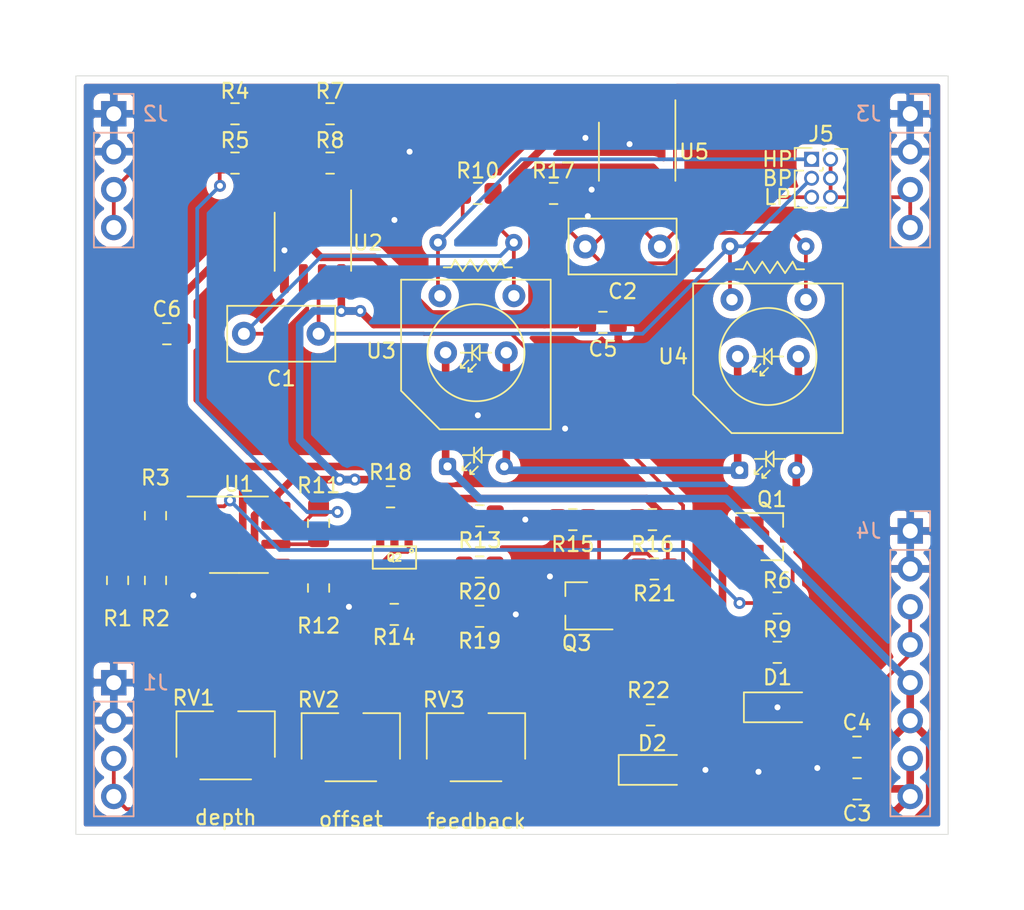
<source format=kicad_pcb>
(kicad_pcb (version 20171130) (host pcbnew 5.1.2-f72e74a~84~ubuntu18.04.1)
  (layers (0 F.Cu signal) (31 B.Cu signal) (34 B.Paste user) (35 F.Paste user) (36 B.SilkS user) (37 F.SilkS user) (38 B.Mask user) (39 F.Mask user) (44 Edge.Cuts user))
  (net 0 "")
  (net 1 "Net-(C1-Pad2)")
  (net 2 /band_pass)
  (net 3 "Net-(C2-Pad2)")
  (net 4 /low_pass)
  (net 5 GND)
  (net 6 +12V)
  (net 7 -12V)
  (net 8 "Net-(D1-Pad2)")
  (net 9 "Net-(D1-Pad1)")
  (net 10 "Net-(D2-Pad1)")
  (net 11 "Net-(J1-Pad3)")
  (net 12 "Net-(J2-Pad3)")
  (net 13 "Net-(J3-Pad3)")
  (net 14 "Net-(J4-Pad3)")
  (net 15 /high_pass)
  (net 16 /I_LED)
  (net 17 "Net-(Q2-Pad6)")
  (net 18 "Net-(Q2-Pad5)")
  (net 19 "Net-(Q2-Pad1)")
  (net 20 "Net-(Q2-Pad3)")
  (net 21 "Net-(Q2-Pad2)")
  (net 22 "Net-(Q3-Pad2)")
  (net 23 "Net-(Q3-Pad1)")
  (net 24 "Net-(R1-Pad2)")
  (net 25 "Net-(R1-Pad1)")
  (net 26 "Net-(R2-Pad2)")
  (net 27 "Net-(R3-Pad1)")
  (net 28 "Net-(R4-Pad1)")
  (net 29 "Net-(R11-Pad1)")
  (net 30 "Net-(R7-Pad2)")
  (net 31 "Net-(U3-Pad2)")
  (net 32 "Net-(U5-Pad1)")
  (module mutron_III_plug_in_board:vactrol_dual_footprint (layer F.Cu) (at 146.05 77.216 90)
    (fp_text reference U4 (at 7.62 -4.445 180) (layer F.SilkS))
    (fp_text value vactrol)
    (pad 4 thru_hole circle (at 11.43 4.445 90) (size 1.524 1.524) (drill 0.762) (layers *.Cu *.Mask) (net 3 "Net-(C2-Pad2)"))
    (pad 3 thru_hole circle (at 11.43 -0.508 90) (size 1.524 1.524) (drill 0.762) (layers *.Cu *.Mask) (net 2 /band_pass))
    (pad 2 thru_hole circle (at 7.62 3.937 90) (size 1.524 1.524) (drill 0.762) (layers *.Cu *.Mask) (net 16 /I_LED))
    (pad 1 thru_hole circle (at 7.62 -0.127 90) (size 1.524 1.524) (drill 0.762) (layers *.Cu *.Mask) (net 31 "Net-(U3-Pad2)"))
    (pad 2 thru_hole circle (at 0 3.8 90) (size 1.15 1.15) (drill 0.55) (layers *.Cu *.Mask) (net 16 /I_LED))
    (pad 4 thru_hole circle (at 15 4.44 90) (size 1.15 1.15) (drill 0.55) (layers *.Cu *.Mask) (net 3 "Net-(C2-Pad2)"))
    (pad 3 thru_hole circle (at 15 -0.64 90) (size 1.15 1.15) (drill 0.55) (layers *.Cu *.Mask) (net 2 /band_pass))
    (pad 1 thru_hole roundrect (at 0 0 90) (size 1.15 1.15) (drill 0.55) (layers *.Cu *.Mask) (net 31 "Net-(U3-Pad2)"))
  )
  (module mutron_III_plug_in_board:vactrol_dual_footprint (layer F.Cu) (at 126.492 76.962 90)
    (fp_text reference U3 (at 7.747 -4.445 180) (layer F.SilkS))
    (fp_text value vactrol)
    (pad 4 thru_hole circle (at 11.43 4.445 90) (size 1.524 1.524) (drill 0.762) (layers *.Cu *.Mask) (net 1 "Net-(C1-Pad2)"))
    (pad 3 thru_hole circle (at 11.43 -0.508 90) (size 1.524 1.524) (drill 0.762) (layers *.Cu *.Mask) (net 15 /high_pass))
    (pad 2 thru_hole circle (at 7.62 3.937 90) (size 1.524 1.524) (drill 0.762) (layers *.Cu *.Mask) (net 31 "Net-(U3-Pad2)"))
    (pad 1 thru_hole circle (at 7.62 -0.127 90) (size 1.524 1.524) (drill 0.762) (layers *.Cu *.Mask) (net 7 -12V))
    (pad 2 thru_hole circle (at 0 3.8 90) (size 1.15 1.15) (drill 0.55) (layers *.Cu *.Mask) (net 31 "Net-(U3-Pad2)"))
    (pad 4 thru_hole circle (at 15 4.44 90) (size 1.15 1.15) (drill 0.55) (layers *.Cu *.Mask) (net 1 "Net-(C1-Pad2)"))
    (pad 3 thru_hole circle (at 15 -0.64 90) (size 1.15 1.15) (drill 0.55) (layers *.Cu *.Mask) (net 15 /high_pass))
    (pad 1 thru_hole roundrect (at 0 0 90) (size 1.15 1.15) (drill 0.55) (layers *.Cu *.Mask) (net 7 -12V))
  )
  (module Package_TO_SOT_SMD:SOT-23_Handsoldering (layer F.Cu) (at 135.144 86.294 180)
    (fp_text reference Q3 (at 0 -2.5) (layer F.SilkS))
    (fp_text value BC847)
    (pad 3 smd rect (at 1.5 0 180) (size 1.9 0.8) (layers F.Cu F.Paste F.Mask) (net 5 GND))
    (pad 2 smd rect (at -1.5 0.95 180) (size 1.9 0.8) (layers F.Cu F.Paste F.Mask) (net 22 "Net-(Q3-Pad2)"))
    (pad 1 smd rect (at -1.5 -0.95 180) (size 1.9 0.8) (layers F.Cu F.Paste F.Mask) (net 23 "Net-(Q3-Pad1)"))
  )
  (module Package_TO_SOT_SMD:SOT-23_Handsoldering (layer F.Cu) (at 148.209 81.661)
    (fp_text reference Q1 (at 0 -2.5) (layer F.SilkS))
    (fp_text value BC857)
    (pad 3 smd rect (at 1.5 0) (size 1.9 0.8) (layers F.Cu F.Paste F.Mask) (net 16 /I_LED))
    (pad 2 smd rect (at -1.5 0.95) (size 1.9 0.8) (layers F.Cu F.Paste F.Mask) (net 9 "Net-(D1-Pad1)"))
    (pad 1 smd rect (at -1.5 -0.95) (size 1.9 0.8) (layers F.Cu F.Paste F.Mask) (net 8 "Net-(D1-Pad2)"))
  )
  (module Package_SO:SOIC-8_3.9x4.9mm_P1.27mm (layer F.Cu) (at 139.192 55.88 270)
    (fp_text reference U5 (at 0 -3.81 180) (layer F.SilkS))
    (fp_text value RC4558)
    (pad 8 smd roundrect (at 2.475 -1.905 270) (size 1.95 0.6) (layers F.Cu F.Paste F.Mask) (net 6 +12V))
    (pad 7 smd roundrect (at 2.475 -0.635 270) (size 1.95 0.6) (layers F.Cu F.Paste F.Mask) (net 4 /low_pass))
    (pad 6 smd roundrect (at 2.475 0.635 270) (size 1.95 0.6) (layers F.Cu F.Paste F.Mask) (net 3 "Net-(C2-Pad2)"))
    (pad 5 smd roundrect (at 2.475 1.905 270) (size 1.95 0.6) (layers F.Cu F.Paste F.Mask) (net 5 GND))
    (pad 4 smd roundrect (at -2.475 1.905 270) (size 1.95 0.6) (layers F.Cu F.Paste F.Mask) (net 7 -12V))
    (pad 3 smd roundrect (at -2.475 0.635 270) (size 1.95 0.6) (layers F.Cu F.Paste F.Mask) (net 5 GND))
    (pad 2 smd roundrect (at -2.475 -0.635 270) (size 1.95 0.6) (layers F.Cu F.Paste F.Mask) (net 32 "Net-(U5-Pad1)"))
    (pad 1 smd roundrect (at -2.475 -1.905 270) (size 1.95 0.6) (layers F.Cu F.Paste F.Mask) (net 32 "Net-(U5-Pad1)"))
  )
  (module Package_SO:SOIC-8_3.9x4.9mm_P1.27mm (layer F.Cu) (at 117.475 61.911 270)
    (fp_text reference U2 (at 0.065 -3.683 180) (layer F.SilkS))
    (fp_text value RC4558)
    (pad 8 smd roundrect (at 2.475 -1.905 270) (size 1.95 0.6) (layers F.Cu F.Paste F.Mask) (net 6 +12V))
    (pad 7 smd roundrect (at 2.475 -0.635 270) (size 1.95 0.6) (layers F.Cu F.Paste F.Mask) (net 2 /band_pass))
    (pad 6 smd roundrect (at 2.475 0.635 270) (size 1.95 0.6) (layers F.Cu F.Paste F.Mask) (net 1 "Net-(C1-Pad2)"))
    (pad 5 smd roundrect (at 2.475 1.905 270) (size 1.95 0.6) (layers F.Cu F.Paste F.Mask) (net 5 GND))
    (pad 4 smd roundrect (at -2.475 1.905 270) (size 1.95 0.6) (layers F.Cu F.Paste F.Mask) (net 7 -12V))
    (pad 3 smd roundrect (at -2.475 0.635 270) (size 1.95 0.6) (layers F.Cu F.Paste F.Mask) (net 28 "Net-(R4-Pad1)"))
    (pad 2 smd roundrect (at -2.475 -0.635 270) (size 1.95 0.6) (layers F.Cu F.Paste F.Mask) (net 30 "Net-(R7-Pad2)"))
    (pad 1 smd roundrect (at -2.475 -1.905 270) (size 1.95 0.6) (layers F.Cu F.Paste F.Mask) (net 15 /high_pass))
  )
  (module Package_SO:SOIC-8_3.9x4.9mm_P1.27mm (layer F.Cu) (at 112.522 81.534)
    (fp_text reference U1 (at 0 -3.4) (layer F.SilkS))
    (fp_text value TL072)
    (pad 8 smd roundrect (at 2.475 -1.905) (size 1.95 0.6) (layers F.Cu F.Paste F.Mask) (net 6 +12V))
    (pad 7 smd roundrect (at 2.475 -0.635) (size 1.95 0.6) (layers F.Cu F.Paste F.Mask) (net 29 "Net-(R11-Pad1)"))
    (pad 6 smd roundrect (at 2.475 0.635) (size 1.95 0.6) (layers F.Cu F.Paste F.Mask) (net 20 "Net-(Q2-Pad3)"))
    (pad 5 smd roundrect (at 2.475 1.905) (size 1.95 0.6) (layers F.Cu F.Paste F.Mask) (net 17 "Net-(Q2-Pad6)"))
    (pad 4 smd roundrect (at -2.475 1.905) (size 1.95 0.6) (layers F.Cu F.Paste F.Mask) (net 7 -12V))
    (pad 3 smd roundrect (at -2.475 0.635) (size 1.95 0.6) (layers F.Cu F.Paste F.Mask) (net 5 GND))
    (pad 2 smd roundrect (at -2.475 -0.635) (size 1.95 0.6) (layers F.Cu F.Paste F.Mask) (net 25 "Net-(R1-Pad1)"))
    (pad 1 smd roundrect (at -2.475 -1.905) (size 1.95 0.6) (layers F.Cu F.Paste F.Mask) (net 27 "Net-(R3-Pad1)"))
  )
  (module Potentiometer_SMD:Potentiometer_Bourns_3269W_Vertical (layer F.Cu) (at 128.397 95.758 180)
    (fp_text reference RV3 (at 2.159 3.175) (layer F.SilkS))
    (fp_text value 100k)
    (pad 3 smd rect (at -2.54 -2.415 180) (size 1.19 2.79) (layers F.Cu F.Paste F.Mask) (net 10 "Net-(D2-Pad1)"))
    (pad 2 smd rect (at 0 2.415 180) (size 1.19 2.79) (layers F.Cu F.Paste F.Mask) (net 10 "Net-(D2-Pad1)"))
    (pad 1 smd rect (at 2.54 -2.415 180) (size 1.19 2.79) (layers F.Cu F.Paste F.Mask) (net 23 "Net-(Q3-Pad1)"))
  )
  (module Potentiometer_SMD:Potentiometer_Bourns_3269W_Vertical (layer F.Cu) (at 120.015 95.758 180)
    (fp_text reference RV2 (at 2.159 3.175) (layer F.SilkS))
    (fp_text value 100k)
    (pad 3 smd rect (at -2.54 -2.415 180) (size 1.19 2.79) (layers F.Cu F.Paste F.Mask) (net 6 +12V))
    (pad 2 smd rect (at 0 2.415 180) (size 1.19 2.79) (layers F.Cu F.Paste F.Mask) (net 26 "Net-(R2-Pad2)"))
    (pad 1 smd rect (at 2.54 -2.415 180) (size 1.19 2.79) (layers F.Cu F.Paste F.Mask) (net 7 -12V))
  )
  (module Potentiometer_SMD:Potentiometer_Bourns_3269W_Vertical (layer F.Cu) (at 111.633 95.633 180)
    (fp_text reference RV1 (at 2.159 3.177) (layer F.SilkS))
    (fp_text value 10k)
    (pad 3 smd rect (at -2.54 -2.415 180) (size 1.19 2.79) (layers F.Cu F.Paste F.Mask) (net 11 "Net-(J1-Pad3)"))
    (pad 2 smd rect (at 0 2.415 180) (size 1.19 2.79) (layers F.Cu F.Paste F.Mask) (net 24 "Net-(R1-Pad2)"))
    (pad 1 smd rect (at 2.54 -2.415 180) (size 1.19 2.79) (layers F.Cu F.Paste F.Mask) (net 5 GND))
  )
  (module Resistor_SMD:R_0805_2012Metric_Pad1.15x1.40mm_HandSolder (layer F.Cu) (at 140.09 93.599 180)
    (fp_text reference R22 (at 0.136 1.651) (layer F.SilkS))
    (fp_text value 7k5)
    (pad 2 smd roundrect (at 1.025 0 180) (size 1.15 1.4) (layers F.Cu F.Paste F.Mask) (roundrect_rratio 0.217391) (net 10 "Net-(D2-Pad1)"))
    (pad 1 smd roundrect (at -1.025 0 180) (size 1.15 1.4) (layers F.Cu F.Paste F.Mask) (roundrect_rratio 0.217391) (net 14 "Net-(J4-Pad3)"))
  )
  (module Resistor_SMD:R_0805_2012Metric_Pad1.15x1.40mm_HandSolder (layer F.Cu) (at 140.344 83.82)
    (fp_text reference R21 (at 0.009 1.651) (layer F.SilkS))
    (fp_text value 220k)
    (pad 2 smd roundrect (at 1.025 0) (size 1.15 1.4) (layers F.Cu F.Paste F.Mask) (roundrect_rratio 0.217391) (net 7 -12V))
    (pad 1 smd roundrect (at -1.025 0) (size 1.15 1.4) (layers F.Cu F.Paste F.Mask) (roundrect_rratio 0.217391) (net 23 "Net-(Q3-Pad1)"))
  )
  (module Resistor_SMD:R_0805_2012Metric_Pad1.15x1.40mm_HandSolder (layer F.Cu) (at 128.642 83.693)
    (fp_text reference R20 (at 0 1.651) (layer F.SilkS))
    (fp_text value 100k)
    (pad 2 smd roundrect (at 1.025 0) (size 1.15 1.4) (layers F.Cu F.Paste F.Mask) (roundrect_rratio 0.217391) (net 2 /band_pass))
    (pad 1 smd roundrect (at -1.025 0) (size 1.15 1.4) (layers F.Cu F.Paste F.Mask) (roundrect_rratio 0.217391) (net 18 "Net-(Q2-Pad5)"))
  )
  (module Resistor_SMD:R_0805_2012Metric_Pad1.15x1.40mm_HandSolder (layer F.Cu) (at 128.642 86.995 180)
    (fp_text reference R19 (at 0 -1.65) (layer F.SilkS))
    (fp_text value 1k)
    (pad 2 smd roundrect (at 1.025 0 180) (size 1.15 1.4) (layers F.Cu F.Paste F.Mask) (roundrect_rratio 0.217391) (net 18 "Net-(Q2-Pad5)"))
    (pad 1 smd roundrect (at -1.025 0 180) (size 1.15 1.4) (layers F.Cu F.Paste F.Mask) (roundrect_rratio 0.217391) (net 5 GND))
  )
  (module Resistor_SMD:R_0805_2012Metric_Pad1.15x1.40mm_HandSolder (layer F.Cu) (at 122.673 78.994)
    (fp_text reference R18 (at 0 -1.65) (layer F.SilkS))
    (fp_text value 15k)
    (pad 2 smd roundrect (at 1.025 0) (size 1.15 1.4) (layers F.Cu F.Paste F.Mask) (roundrect_rratio 0.217391) (net 6 +12V))
    (pad 1 smd roundrect (at -1.025 0) (size 1.15 1.4) (layers F.Cu F.Paste F.Mask) (roundrect_rratio 0.217391) (net 20 "Net-(Q2-Pad3)"))
  )
  (module Resistor_SMD:R_0805_2012Metric_Pad1.15x1.40mm_HandSolder (layer F.Cu) (at 133.595 58.674 180)
    (fp_text reference R17 (at 0.009 1.524) (layer F.SilkS))
    (fp_text value 680k)
    (pad 2 smd roundrect (at 1.025 0 180) (size 1.15 1.4) (layers F.Cu F.Paste F.Mask) (roundrect_rratio 0.217391) (net 2 /band_pass))
    (pad 1 smd roundrect (at -1.025 0 180) (size 1.15 1.4) (layers F.Cu F.Paste F.Mask) (roundrect_rratio 0.217391) (net 3 "Net-(C2-Pad2)"))
  )
  (module Resistor_SMD:R_0805_2012Metric_Pad1.15x1.40mm_HandSolder (layer F.Cu) (at 140.217 80.518 180)
    (fp_text reference R16 (at 0 -1.65) (layer F.SilkS))
    (fp_text value 15k)
    (pad 2 smd roundrect (at 1.025 0 180) (size 1.15 1.4) (layers F.Cu F.Paste F.Mask) (roundrect_rratio 0.217391) (net 22 "Net-(Q3-Pad2)"))
    (pad 1 smd roundrect (at -1.025 0 180) (size 1.15 1.4) (layers F.Cu F.Paste F.Mask) (roundrect_rratio 0.217391) (net 7 -12V))
  )
  (module Resistor_SMD:R_0805_2012Metric_Pad1.15x1.40mm_HandSolder (layer F.Cu) (at 134.883 80.518 180)
    (fp_text reference R15 (at 0 -1.65) (layer F.SilkS))
    (fp_text value 33k)
    (pad 2 smd roundrect (at 1.025 0 180) (size 1.15 1.4) (layers F.Cu F.Paste F.Mask) (roundrect_rratio 0.217391) (net 19 "Net-(Q2-Pad1)"))
    (pad 1 smd roundrect (at -1.025 0 180) (size 1.15 1.4) (layers F.Cu F.Paste F.Mask) (roundrect_rratio 0.217391) (net 22 "Net-(Q3-Pad2)"))
  )
  (module Resistor_SMD:R_0805_2012Metric_Pad1.15x1.40mm_HandSolder (layer F.Cu) (at 122.927 86.868)
    (fp_text reference R14 (at -0.009 1.524) (layer F.SilkS))
    (fp_text value 15k)
    (pad 2 smd roundrect (at 1.025 0) (size 1.15 1.4) (layers F.Cu F.Paste F.Mask) (roundrect_rratio 0.217391) (net 6 +12V))
    (pad 1 smd roundrect (at -1.025 0) (size 1.15 1.4) (layers F.Cu F.Paste F.Mask) (roundrect_rratio 0.217391) (net 17 "Net-(Q2-Pad6)"))
  )
  (module Resistor_SMD:R_0805_2012Metric_Pad1.15x1.40mm_HandSolder (layer F.Cu) (at 128.66 80.264 180)
    (fp_text reference R13 (at 0 -1.65) (layer F.SilkS))
    (fp_text value 1k)
    (pad 2 smd roundrect (at 1.025 0 180) (size 1.15 1.4) (layers F.Cu F.Paste F.Mask) (roundrect_rratio 0.217391) (net 21 "Net-(Q2-Pad2)"))
    (pad 1 smd roundrect (at -1.025 0 180) (size 1.15 1.4) (layers F.Cu F.Paste F.Mask) (roundrect_rratio 0.217391) (net 5 GND))
  )
  (module Resistor_SMD:R_0805_2012Metric_Pad1.15x1.40mm_HandSolder (layer F.Cu) (at 117.856 85.099 90)
    (fp_text reference R12 (at -2.531 0 180) (layer F.SilkS))
    (fp_text value 100k)
    (pad 2 smd roundrect (at 1.025 0 90) (size 1.15 1.4) (layers F.Cu F.Paste F.Mask) (roundrect_rratio 0.217391) (net 17 "Net-(Q2-Pad6)"))
    (pad 1 smd roundrect (at -1.025 0 90) (size 1.15 1.4) (layers F.Cu F.Paste F.Mask) (roundrect_rratio 0.217391) (net 5 GND))
  )
  (module Resistor_SMD:R_0805_2012Metric_Pad1.15x1.40mm_HandSolder (layer F.Cu) (at 117.856 80.763 270)
    (fp_text reference R11 (at -2.531 0 180) (layer F.SilkS))
    (fp_text value 100k)
    (pad 2 smd roundrect (at 1.025 0 270) (size 1.15 1.4) (layers F.Cu F.Paste F.Mask) (roundrect_rratio 0.217391) (net 20 "Net-(Q2-Pad3)"))
    (pad 1 smd roundrect (at -1.025 0 270) (size 1.15 1.4) (layers F.Cu F.Paste F.Mask) (roundrect_rratio 0.217391) (net 29 "Net-(R11-Pad1)"))
  )
  (module Resistor_SMD:R_0805_2012Metric_Pad1.15x1.40mm_HandSolder (layer F.Cu) (at 128.515 58.674 180)
    (fp_text reference R10 (at 0 1.524) (layer F.SilkS))
    (fp_text value 680k)
    (pad 2 smd roundrect (at 1.025 0 180) (size 1.15 1.4) (layers F.Cu F.Paste F.Mask) (roundrect_rratio 0.217391) (net 15 /high_pass))
    (pad 1 smd roundrect (at -1.025 0 180) (size 1.15 1.4) (layers F.Cu F.Paste F.Mask) (roundrect_rratio 0.217391) (net 1 "Net-(C1-Pad2)"))
  )
  (module Resistor_SMD:R_0805_2012Metric_Pad1.15x1.40mm_HandSolder (layer F.Cu) (at 148.581 89.408 180)
    (fp_text reference R9 (at 0 1.524) (layer F.SilkS))
    (fp_text value 100)
    (pad 2 smd roundrect (at 1.025 0 180) (size 1.15 1.4) (layers F.Cu F.Paste F.Mask) (roundrect_rratio 0.217391) (net 9 "Net-(D1-Pad1)"))
    (pad 1 smd roundrect (at -1.025 0 180) (size 1.15 1.4) (layers F.Cu F.Paste F.Mask) (roundrect_rratio 0.217391) (net 5 GND))
  )
  (module Resistor_SMD:R_0805_2012Metric_Pad1.15x1.40mm_HandSolder (layer F.Cu) (at 118.627 56.642 180)
    (fp_text reference R8 (at 0.009 1.524) (layer F.SilkS))
    (fp_text value 22k)
    (pad 2 smd roundrect (at 1.025 0 180) (size 1.15 1.4) (layers F.Cu F.Paste F.Mask) (roundrect_rratio 0.217391) (net 30 "Net-(R7-Pad2)"))
    (pad 1 smd roundrect (at -1.025 0 180) (size 1.15 1.4) (layers F.Cu F.Paste F.Mask) (roundrect_rratio 0.217391) (net 15 /high_pass))
  )
  (module Resistor_SMD:R_0805_2012Metric_Pad1.15x1.40mm_HandSolder (layer F.Cu) (at 118.627 53.34 180)
    (fp_text reference R7 (at 0.009 1.524) (layer F.SilkS))
    (fp_text value 22k)
    (pad 2 smd roundrect (at 1.025 0 180) (size 1.15 1.4) (layers F.Cu F.Paste F.Mask) (roundrect_rratio 0.217391) (net 30 "Net-(R7-Pad2)"))
    (pad 1 smd roundrect (at -1.025 0 180) (size 1.15 1.4) (layers F.Cu F.Paste F.Mask) (roundrect_rratio 0.217391) (net 4 /low_pass))
  )
  (module Resistor_SMD:R_0805_2012Metric_Pad1.15x1.40mm_HandSolder (layer F.Cu) (at 148.581 86.106 180)
    (fp_text reference R6 (at 0.009 1.524) (layer F.SilkS))
    (fp_text value 10k)
    (pad 2 smd roundrect (at 1.025 0 180) (size 1.15 1.4) (layers F.Cu F.Paste F.Mask) (roundrect_rratio 0.217391) (net 27 "Net-(R3-Pad1)"))
    (pad 1 smd roundrect (at -1.025 0 180) (size 1.15 1.4) (layers F.Cu F.Paste F.Mask) (roundrect_rratio 0.217391) (net 8 "Net-(D1-Pad2)"))
  )
  (module Resistor_SMD:R_0805_2012Metric_Pad1.15x1.40mm_HandSolder (layer F.Cu) (at 112.259 56.642 180)
    (fp_text reference R5 (at 0 1.524) (layer F.SilkS))
    (fp_text value 10k)
    (pad 2 smd roundrect (at 1.025 0 180) (size 1.15 1.4) (layers F.Cu F.Paste F.Mask) (roundrect_rratio 0.217391) (net 29 "Net-(R11-Pad1)"))
    (pad 1 smd roundrect (at -1.025 0 180) (size 1.15 1.4) (layers F.Cu F.Paste F.Mask) (roundrect_rratio 0.217391) (net 28 "Net-(R4-Pad1)"))
  )
  (module Resistor_SMD:R_0805_2012Metric_Pad1.15x1.40mm_HandSolder (layer F.Cu) (at 112.259 53.34 180)
    (fp_text reference R4 (at 0.009 1.524) (layer F.SilkS))
    (fp_text value 10k)
    (pad 2 smd roundrect (at 1.025 0 180) (size 1.15 1.4) (layers F.Cu F.Paste F.Mask) (roundrect_rratio 0.217391) (net 12 "Net-(J2-Pad3)"))
    (pad 1 smd roundrect (at -1.025 0 180) (size 1.15 1.4) (layers F.Cu F.Paste F.Mask) (roundrect_rratio 0.217391) (net 28 "Net-(R4-Pad1)"))
  )
  (module Resistor_SMD:R_0805_2012Metric_Pad1.15x1.40mm_HandSolder (layer F.Cu) (at 106.934 80.255 270)
    (fp_text reference R3 (at -2.54 0 180) (layer F.SilkS))
    (fp_text value 100k)
    (pad 2 smd roundrect (at 1.025 0 270) (size 1.15 1.4) (layers F.Cu F.Paste F.Mask) (roundrect_rratio 0.217391) (net 25 "Net-(R1-Pad1)"))
    (pad 1 smd roundrect (at -1.025 0 270) (size 1.15 1.4) (layers F.Cu F.Paste F.Mask) (roundrect_rratio 0.217391) (net 27 "Net-(R3-Pad1)"))
  )
  (module Resistor_SMD:R_0805_2012Metric_Pad1.15x1.40mm_HandSolder (layer F.Cu) (at 106.934 84.591 270)
    (fp_text reference R2 (at 2.549 0 180) (layer F.SilkS))
    (fp_text value 1M)
    (pad 2 smd roundrect (at 1.025 0 270) (size 1.15 1.4) (layers F.Cu F.Paste F.Mask) (roundrect_rratio 0.217391) (net 26 "Net-(R2-Pad2)"))
    (pad 1 smd roundrect (at -1.025 0 270) (size 1.15 1.4) (layers F.Cu F.Paste F.Mask) (roundrect_rratio 0.217391) (net 25 "Net-(R1-Pad1)"))
  )
  (module Resistor_SMD:R_0805_2012Metric_Pad1.15x1.40mm_HandSolder (layer F.Cu) (at 104.394 84.591 270)
    (fp_text reference R1 (at 2.549 0 180) (layer F.SilkS))
    (fp_text value 68k)
    (pad 2 smd roundrect (at 1.025 0 270) (size 1.15 1.4) (layers F.Cu F.Paste F.Mask) (roundrect_rratio 0.217391) (net 24 "Net-(R1-Pad2)"))
    (pad 1 smd roundrect (at -1.025 0 270) (size 1.15 1.4) (layers F.Cu F.Paste F.Mask) (roundrect_rratio 0.217391) (net 25 "Net-(R1-Pad1)"))
  )
  (module mutron_III_plug_in_board:SOT457 (layer F.Cu) (at 122.936 83.058 180)
    (fp_text reference Q2 (at 0 0) (layer F.SilkS) (effects (font (size 0.508 0.508) (thickness 0.127))))
    (fp_text value BCM847 hide)
    (pad 6 smd rect (at -0.95 -1.45 180) (size 0.55 1.5) (layers F.Cu F.Paste F.Mask) (net 17 "Net-(Q2-Pad6)"))
    (pad 5 smd rect (at 0 -1.45 180) (size 0.55 1.5) (layers F.Cu F.Paste F.Mask) (net 18 "Net-(Q2-Pad5)"))
    (pad 4 smd rect (at 0.95 -1.45 180) (size 0.55 1.5) (layers F.Cu F.Paste F.Mask) (net 19 "Net-(Q2-Pad1)"))
    (pad 3 smd rect (at 0.95 1.45 180) (size 0.55 1.5) (layers F.Cu F.Paste F.Mask) (net 20 "Net-(Q2-Pad3)"))
    (pad 2 smd rect (at 0 1.45 180) (size 0.55 1.5) (layers F.Cu F.Paste F.Mask) (net 21 "Net-(Q2-Pad2)"))
    (pad 1 smd rect (at -0.95 1.45 180) (size 0.55 1.5) (layers F.Cu F.Paste F.Mask) (net 19 "Net-(Q2-Pad1)"))
  )
  (module Connector_PinHeader_1.27mm:PinHeader_2x03_P1.27mm_Vertical (layer F.Cu) (at 150.876 56.388)
    (fp_text reference J5 (at 0.635 -1.695) (layer F.SilkS))
    (fp_text value HP-BP-LP)
    (pad 6 thru_hole oval (at 1.27 2.54) (size 1 1) (drill 0.65) (layers *.Cu *.Mask) (net 13 "Net-(J3-Pad3)"))
    (pad 5 thru_hole oval (at 0 2.54) (size 1 1) (drill 0.65) (layers *.Cu *.Mask) (net 4 /low_pass))
    (pad 4 thru_hole oval (at 1.27 1.27) (size 1 1) (drill 0.65) (layers *.Cu *.Mask) (net 13 "Net-(J3-Pad3)"))
    (pad 3 thru_hole oval (at 0 1.27) (size 1 1) (drill 0.65) (layers *.Cu *.Mask) (net 2 /band_pass))
    (pad 2 thru_hole oval (at 1.27 0) (size 1 1) (drill 0.65) (layers *.Cu *.Mask) (net 13 "Net-(J3-Pad3)"))
    (pad 1 thru_hole rect (at 0 0) (size 1 1) (drill 0.65) (layers *.Cu *.Mask) (net 15 /high_pass))
  )
  (module Connector_PinHeader_2.54mm:PinHeader_1x08_P2.54mm_Vertical (layer B.Cu) (at 157.48 81.28 180)
    (fp_text reference J4 (at 2.794 0) (layer B.SilkS) (effects (justify mirror)))
    (fp_text value Conn_01x08_Male)
    (pad 8 thru_hole oval (at 0 -17.78 180) (size 1.7 1.7) (drill 1) (layers *.Cu *.Mask) (net 6 +12V))
    (pad 7 thru_hole oval (at 0 -15.24 180) (size 1.7 1.7) (drill 1) (layers *.Cu *.Mask) (net 6 +12V))
    (pad 6 thru_hole oval (at 0 -12.7 180) (size 1.7 1.7) (drill 1) (layers *.Cu *.Mask) (net 7 -12V))
    (pad 5 thru_hole oval (at 0 -10.16 180) (size 1.7 1.7) (drill 1) (layers *.Cu *.Mask) (net 7 -12V))
    (pad 4 thru_hole oval (at 0 -7.62 180) (size 1.7 1.7) (drill 1) (layers *.Cu *.Mask) (net 14 "Net-(J4-Pad3)"))
    (pad 3 thru_hole oval (at 0 -5.08 180) (size 1.7 1.7) (drill 1) (layers *.Cu *.Mask) (net 14 "Net-(J4-Pad3)"))
    (pad 2 thru_hole oval (at 0 -2.54 180) (size 1.7 1.7) (drill 1) (layers *.Cu *.Mask) (net 5 GND))
    (pad 1 thru_hole rect (at 0 0 180) (size 1.7 1.7) (drill 1) (layers *.Cu *.Mask) (net 5 GND))
  )
  (module Connector_PinHeader_2.54mm:PinHeader_1x04_P2.54mm_Vertical (layer B.Cu) (at 157.48 53.34 180)
    (fp_text reference J3 (at 2.794 0) (layer B.SilkS) (effects (justify mirror)))
    (fp_text value Conn_01x04_Male)
    (pad 4 thru_hole oval (at 0 -7.62 180) (size 1.7 1.7) (drill 1) (layers *.Cu *.Mask) (net 13 "Net-(J3-Pad3)"))
    (pad 3 thru_hole oval (at 0 -5.08 180) (size 1.7 1.7) (drill 1) (layers *.Cu *.Mask) (net 13 "Net-(J3-Pad3)"))
    (pad 2 thru_hole oval (at 0 -2.54 180) (size 1.7 1.7) (drill 1) (layers *.Cu *.Mask) (net 5 GND))
    (pad 1 thru_hole rect (at 0 0 180) (size 1.7 1.7) (drill 1) (layers *.Cu *.Mask) (net 5 GND))
  )
  (module Connector_PinHeader_2.54mm:PinHeader_1x04_P2.54mm_Vertical (layer B.Cu) (at 104.14 53.34 180)
    (fp_text reference J2 (at -2.794 0) (layer B.SilkS) (effects (justify mirror)))
    (fp_text value Conn_01x04_Male)
    (pad 4 thru_hole oval (at 0 -7.62 180) (size 1.7 1.7) (drill 1) (layers *.Cu *.Mask) (net 12 "Net-(J2-Pad3)"))
    (pad 3 thru_hole oval (at 0 -5.08 180) (size 1.7 1.7) (drill 1) (layers *.Cu *.Mask) (net 12 "Net-(J2-Pad3)"))
    (pad 2 thru_hole oval (at 0 -2.54 180) (size 1.7 1.7) (drill 1) (layers *.Cu *.Mask) (net 5 GND))
    (pad 1 thru_hole rect (at 0 0 180) (size 1.7 1.7) (drill 1) (layers *.Cu *.Mask) (net 5 GND))
  )
  (module Connector_PinHeader_2.54mm:PinHeader_1x04_P2.54mm_Vertical (layer B.Cu) (at 104.14 91.44 180)
    (fp_text reference J1 (at -2.794 0) (layer B.SilkS) (effects (justify mirror)))
    (fp_text value Conn_01x04_Male)
    (pad 4 thru_hole oval (at 0 -7.62 180) (size 1.7 1.7) (drill 1) (layers *.Cu *.Mask) (net 11 "Net-(J1-Pad3)"))
    (pad 3 thru_hole oval (at 0 -5.08 180) (size 1.7 1.7) (drill 1) (layers *.Cu *.Mask) (net 11 "Net-(J1-Pad3)"))
    (pad 2 thru_hole oval (at 0 -2.54 180) (size 1.7 1.7) (drill 1) (layers *.Cu *.Mask) (net 5 GND))
    (pad 1 thru_hole rect (at 0 0 180) (size 1.7 1.7) (drill 1) (layers *.Cu *.Mask) (net 5 GND))
  )
  (module Diode_SMD:D_SOD-123 (layer F.Cu) (at 140.208 97.282)
    (fp_text reference D2 (at 0.001 -1.778) (layer F.SilkS))
    (fp_text value 1N5225B)
    (pad 2 smd rect (at 1.65 0) (size 0.9 1.2) (layers F.Cu F.Paste F.Mask) (net 5 GND))
    (pad 1 smd rect (at -1.65 0) (size 0.9 1.2) (layers F.Cu F.Paste F.Mask) (net 10 "Net-(D2-Pad1)"))
  )
  (module Diode_SMD:D_SOD-123 (layer F.Cu) (at 148.591 93.091)
    (fp_text reference D1 (at 0 -2) (layer F.SilkS))
    (fp_text value 1N914)
    (pad 2 smd rect (at 1.65 0) (size 0.9 1.2) (layers F.Cu F.Paste F.Mask) (net 8 "Net-(D1-Pad2)"))
    (pad 1 smd rect (at -1.65 0) (size 0.9 1.2) (layers F.Cu F.Paste F.Mask) (net 9 "Net-(D1-Pad1)"))
  )
  (module Capacitor_SMD:C_0805_2012Metric_Pad1.15x1.40mm_HandSolder (layer F.Cu) (at 107.696 68.072)
    (fp_text reference C6 (at 0 -1.65) (layer F.SilkS))
    (fp_text value 100nF)
    (pad 2 smd roundrect (at 1.025 0) (size 1.15 1.4) (layers F.Cu F.Paste F.Mask) (roundrect_rratio 0.217391) (net 7 -12V))
    (pad 1 smd roundrect (at -1.025 0) (size 1.15 1.4) (layers F.Cu F.Paste F.Mask) (roundrect_rratio 0.217391) (net 5 GND))
  )
  (module Capacitor_SMD:C_0805_2012Metric_Pad1.15x1.40mm_HandSolder (layer F.Cu) (at 136.897 67.31)
    (fp_text reference C5 (at 0 1.778) (layer F.SilkS))
    (fp_text value 100nF)
    (pad 2 smd roundrect (at 1.025 0) (size 1.15 1.4) (layers F.Cu F.Paste F.Mask) (roundrect_rratio 0.217391) (net 5 GND))
    (pad 1 smd roundrect (at -1.025 0) (size 1.15 1.4) (layers F.Cu F.Paste F.Mask) (roundrect_rratio 0.217391) (net 6 +12V))
  )
  (module Capacitor_SMD:C_0805_2012Metric_Pad1.15x1.40mm_HandSolder (layer F.Cu) (at 153.915 95.758)
    (fp_text reference C4 (at 0 -1.65) (layer F.SilkS))
    (fp_text value 100nF)
    (pad 2 smd roundrect (at 1.025 0) (size 1.15 1.4) (layers F.Cu F.Paste F.Mask) (roundrect_rratio 0.217391) (net 7 -12V))
    (pad 1 smd roundrect (at -1.025 0) (size 1.15 1.4) (layers F.Cu F.Paste F.Mask) (roundrect_rratio 0.217391) (net 5 GND))
  )
  (module Capacitor_SMD:C_0805_2012Metric_Pad1.15x1.40mm_HandSolder (layer F.Cu) (at 153.924 98.552 180)
    (fp_text reference C3 (at 0 -1.65) (layer F.SilkS))
    (fp_text value 100nF)
    (pad 2 smd roundrect (at 1.025 0 180) (size 1.15 1.4) (layers F.Cu F.Paste F.Mask) (roundrect_rratio 0.217391) (net 5 GND))
    (pad 1 smd roundrect (at -1.025 0 180) (size 1.15 1.4) (layers F.Cu F.Paste F.Mask) (roundrect_rratio 0.217391) (net 6 +12V))
  )
  (module Capacitor_THT:C_Rect_L7.0mm_W3.5mm_P5.00mm (layer F.Cu) (at 140.716 62.23 180)
    (fp_text reference C2 (at 2.5 -3) (layer F.SilkS))
    (fp_text value 47nF)
    (pad 2 thru_hole circle (at 5 0 180) (size 1.6 1.6) (drill 0.8) (layers *.Cu *.Mask) (net 3 "Net-(C2-Pad2)"))
    (pad 1 thru_hole circle (at 0 0 180) (size 1.6 1.6) (drill 0.8) (layers *.Cu *.Mask) (net 4 /low_pass))
  )
  (module Capacitor_THT:C_Rect_L7.0mm_W3.5mm_P5.00mm (layer F.Cu) (at 117.856 68.072 180)
    (fp_text reference C1 (at 2.5 -3) (layer F.SilkS))
    (fp_text value 47nF)
    (pad 2 thru_hole circle (at 5 0 180) (size 1.6 1.6) (drill 0.8) (layers *.Cu *.Mask) (net 1 "Net-(C1-Pad2)"))
    (pad 1 thru_hole circle (at 0 0 180) (size 1.6 1.6) (drill 0.8) (layers *.Cu *.Mask) (net 2 /band_pass))
  )
  (gr_line (start 128.651 69.342) (end 128.651 68.834) (layer F.SilkS) (width 0.12))
  (gr_line (start 128.651 69.85) (end 128.651 69.342) (layer F.SilkS) (width 0.12))
  (gr_line (start 128.143 69.85) (end 128.143 69.342) (layer F.SilkS) (width 0.12))
  (gr_line (start 127.889 69.85) (end 127.381 70.358) (layer F.SilkS) (width 0.12))
  (gr_line (start 127.889 70.612) (end 128.143 70.612) (layer F.SilkS) (width 0.12))
  (gr_line (start 128.143 68.834) (end 128.143 69.85) (layer F.SilkS) (width 0.12))
  (gr_line (start 128.397 70.104) (end 127.889 70.612) (layer F.SilkS) (width 0.12))
  (gr_line (start 128.143 69.342) (end 128.651 69.85) (layer F.SilkS) (width 0.12))
  (gr_line (start 127.889 70.612) (end 127.889 70.358) (layer F.SilkS) (width 0.12))
  (gr_line (start 128.651 68.834) (end 128.143 69.342) (layer F.SilkS) (width 0.12))
  (gr_line (start 127.381 70.104) (end 127.381 70.358) (layer F.SilkS) (width 0.12))
  (gr_line (start 127.381 70.358) (end 127.381 70.104) (layer F.SilkS) (width 0.12))
  (gr_line (start 128.143 69.342) (end 127.381 69.342) (layer F.SilkS) (width 0.12))
  (gr_line (start 129.413 69.342) (end 128.651 69.342) (layer F.SilkS) (width 0.12))
  (gr_line (start 127.381 70.358) (end 127.635 70.358) (layer F.SilkS) (width 0.12))
  (gr_line (start 127.889 70.358) (end 127.889 70.612) (layer F.SilkS) (width 0.12))
  (gr_line (start 148.209 69.596) (end 148.209 69.088) (layer F.SilkS) (width 0.12))
  (gr_line (start 148.209 70.104) (end 148.209 69.596) (layer F.SilkS) (width 0.12))
  (gr_line (start 147.701 70.104) (end 147.701 69.596) (layer F.SilkS) (width 0.12))
  (gr_line (start 147.447 70.104) (end 146.939 70.612) (layer F.SilkS) (width 0.12))
  (gr_line (start 147.447 70.866) (end 147.701 70.866) (layer F.SilkS) (width 0.12))
  (gr_line (start 147.701 69.088) (end 147.701 70.104) (layer F.SilkS) (width 0.12))
  (gr_line (start 147.955 70.358) (end 147.447 70.866) (layer F.SilkS) (width 0.12))
  (gr_line (start 147.701 69.596) (end 148.209 70.104) (layer F.SilkS) (width 0.12))
  (gr_line (start 147.447 70.866) (end 147.447 70.612) (layer F.SilkS) (width 0.12))
  (gr_line (start 148.209 69.088) (end 147.701 69.596) (layer F.SilkS) (width 0.12))
  (gr_line (start 146.939 70.358) (end 146.939 70.612) (layer F.SilkS) (width 0.12))
  (gr_line (start 146.939 70.612) (end 146.939 70.358) (layer F.SilkS) (width 0.12))
  (gr_line (start 147.701 69.596) (end 146.939 69.596) (layer F.SilkS) (width 0.12))
  (gr_line (start 148.971 69.596) (end 148.209 69.596) (layer F.SilkS) (width 0.12))
  (gr_line (start 146.939 70.612) (end 147.193 70.612) (layer F.SilkS) (width 0.12))
  (gr_line (start 147.447 70.612) (end 147.447 70.866) (layer F.SilkS) (width 0.12))
  (gr_line (start 146.558 63.246) (end 147.066 64.008) (layer F.SilkS) (width 0.12))
  (gr_line (start 147.066 64.008) (end 147.574 63.246) (layer F.SilkS) (width 0.12))
  (gr_line (start 148.59 63.246) (end 149.098 64.008) (layer F.SilkS) (width 0.12))
  (gr_line (start 146.558 63.246) (end 146.304 63.754) (layer F.SilkS) (width 0.12))
  (gr_line (start 146.304 63.754) (end 146.05 63.754) (layer F.SilkS) (width 0.12))
  (gr_line (start 149.098 64.008) (end 149.606 63.246) (layer F.SilkS) (width 0.12))
  (gr_line (start 149.86 63.754) (end 150.368 63.754) (layer F.SilkS) (width 0.12))
  (gr_line (start 146.05 63.754) (end 145.796 63.754) (layer F.SilkS) (width 0.12))
  (gr_line (start 147.574 63.246) (end 148.082 64.008) (layer F.SilkS) (width 0.12))
  (gr_line (start 149.606 63.246) (end 149.86 63.754) (layer F.SilkS) (width 0.12))
  (gr_line (start 148.082 64.008) (end 148.59 63.246) (layer F.SilkS) (width 0.12))
  (gr_line (start 126.492 63.627) (end 126.238 63.627) (layer F.SilkS) (width 0.12))
  (gr_line (start 126.746 63.627) (end 126.492 63.627) (layer F.SilkS) (width 0.12))
  (gr_line (start 127 63.119) (end 126.746 63.627) (layer F.SilkS) (width 0.12))
  (gr_line (start 130.302 63.627) (end 130.81 63.627) (layer F.SilkS) (width 0.12))
  (gr_line (start 130.048 63.119) (end 130.302 63.627) (layer F.SilkS) (width 0.12))
  (gr_line (start 129.54 63.881) (end 130.048 63.119) (layer F.SilkS) (width 0.12))
  (gr_line (start 129.032 63.119) (end 129.54 63.881) (layer F.SilkS) (width 0.12))
  (gr_line (start 128.524 63.881) (end 129.032 63.119) (layer F.SilkS) (width 0.12))
  (gr_line (start 128.016 63.119) (end 128.524 63.881) (layer F.SilkS) (width 0.12))
  (gr_line (start 127.508 63.881) (end 128.016 63.119) (layer F.SilkS) (width 0.12))
  (gr_line (start 127 63.119) (end 127.508 63.881) (layer F.SilkS) (width 0.12))
  (gr_line (start 148.336 76.454) (end 148.336 75.946) (layer F.SilkS) (width 0.12))
  (gr_line (start 148.336 76.962) (end 148.336 76.454) (layer F.SilkS) (width 0.12))
  (gr_line (start 147.828 76.962) (end 147.828 76.454) (layer F.SilkS) (width 0.12))
  (gr_line (start 147.574 76.962) (end 147.066 77.47) (layer F.SilkS) (width 0.12))
  (gr_line (start 147.574 77.724) (end 147.828 77.724) (layer F.SilkS) (width 0.12))
  (gr_line (start 147.828 75.946) (end 147.828 76.962) (layer F.SilkS) (width 0.12))
  (gr_line (start 148.082 77.216) (end 147.574 77.724) (layer F.SilkS) (width 0.12))
  (gr_line (start 147.828 76.454) (end 148.336 76.962) (layer F.SilkS) (width 0.12))
  (gr_line (start 147.574 77.724) (end 147.574 77.47) (layer F.SilkS) (width 0.12))
  (gr_line (start 148.336 75.946) (end 147.828 76.454) (layer F.SilkS) (width 0.12))
  (gr_line (start 147.066 77.216) (end 147.066 77.47) (layer F.SilkS) (width 0.12))
  (gr_line (start 147.066 77.47) (end 147.066 77.216) (layer F.SilkS) (width 0.12))
  (gr_line (start 147.828 76.454) (end 147.066 76.454) (layer F.SilkS) (width 0.12))
  (gr_line (start 149.098 76.454) (end 148.336 76.454) (layer F.SilkS) (width 0.12))
  (gr_line (start 147.066 77.47) (end 147.32 77.47) (layer F.SilkS) (width 0.12))
  (gr_line (start 147.574 77.47) (end 147.574 77.724) (layer F.SilkS) (width 0.12))
  (gr_line (start 128.016 77.47) (end 128.27 77.47) (layer F.SilkS) (width 0.12))
  (gr_line (start 128.016 77.216) (end 128.016 77.47) (layer F.SilkS) (width 0.12))
  (gr_line (start 128.016 77.47) (end 128.016 77.216) (layer F.SilkS) (width 0.12))
  (gr_line (start 128.524 76.962) (end 128.016 77.47) (layer F.SilkS) (width 0.12))
  (gr_line (start 127.508 77.216) (end 127.762 77.216) (layer F.SilkS) (width 0.12))
  (gr_line (start 127.508 76.962) (end 127.508 77.216) (layer F.SilkS) (width 0.12))
  (gr_line (start 127.508 77.216) (end 127.508 76.962) (layer F.SilkS) (width 0.12))
  (gr_line (start 128.016 76.708) (end 127.508 77.216) (layer F.SilkS) (width 0.12))
  (gr_line (start 128.27 76.2) (end 127.508 76.2) (layer F.SilkS) (width 0.12))
  (gr_line (start 128.27 76.708) (end 128.27 76.2) (layer F.SilkS) (width 0.12))
  (gr_line (start 128.27 75.692) (end 128.27 76.708) (layer F.SilkS) (width 0.12))
  (gr_line (start 128.778 76.708) (end 128.778 76.2) (layer F.SilkS) (width 0.12))
  (gr_line (start 128.27 76.2) (end 128.778 76.708) (layer F.SilkS) (width 0.12))
  (gr_line (start 128.778 75.692) (end 128.27 76.2) (layer F.SilkS) (width 0.12))
  (gr_line (start 128.778 76.2) (end 128.778 75.692) (layer F.SilkS) (width 0.12))
  (gr_line (start 129.54 76.2) (end 128.778 76.2) (layer F.SilkS) (width 0.12))
  (gr_text LP (at 148.59 58.928) (layer F.SilkS) (effects (font (size 1 1))))
  (gr_text BP (at 148.59 57.658) (layer F.SilkS) (effects (font (size 1 1))))
  (gr_text HP (at 148.59 56.388) (layer F.SilkS) (effects (font (size 1 1))))
  (gr_text feedback (at 128.397 100.711) (layer F.SilkS) (effects (font (size 1 1))))
  (gr_text offset (at 120.015 100.584) (layer F.SilkS) (effects (font (size 1 1))))
  (gr_text depth (at 111.633 100.457) (layer F.SilkS) (effects (font (size 1 1))))
  (gr_line (start 101.6 50.8) (end 101.6 101.6) (layer Edge.Cuts) (width 0.05))
  (gr_line (start 101.6 101.6) (end 160.02 101.6) (layer Edge.Cuts) (width 0.05))
  (gr_line (start 160.02 50.8) (end 160.02 101.6) (layer Edge.Cuts) (width 0.05))
  (gr_line (start 101.6 50.8) (end 160.02 50.8) (layer Edge.Cuts) (width 0.05))
  (segment (start 129.54 60.57) (end 130.932 61.962) (width 0.25) (layer F.Cu) (net 1))
  (segment (start 129.54 58.674) (end 129.54 60.57) (width 0.25) (layer F.Cu) (net 1))
  (segment (start 113.655999 67.272001) (end 112.856 68.072) (width 0.25) (layer B.Cu) (net 1))
  (segment (start 118.065999 62.862001) (end 113.655999 67.272001) (width 0.25) (layer B.Cu) (net 1))
  (segment (start 130.031999 62.862001) (end 118.065999 62.862001) (width 0.25) (layer B.Cu) (net 1))
  (segment (start 130.932 61.962) (end 130.031999 62.862001) (width 0.25) (layer B.Cu) (net 1))
  (segment (start 130.932 65.527) (end 130.937 65.532) (width 0.25) (layer F.Cu) (net 1))
  (segment (start 130.932 61.962) (end 130.932 65.527) (width 0.25) (layer F.Cu) (net 1))
  (segment (start 116.84 65.532) (end 116.84 64.386) (width 0.25) (layer F.Cu) (net 1))
  (segment (start 112.856 68.072) (end 114.3 68.072) (width 0.25) (layer F.Cu) (net 1))
  (segment (start 114.3 68.072) (end 116.84 65.532) (width 0.25) (layer F.Cu) (net 1))
  (segment (start 117.856 64.64) (end 118.11 64.386) (width 0.25) (layer F.Cu) (net 2))
  (segment (start 117.856 68.072) (end 117.856 64.64) (width 0.25) (layer F.Cu) (net 2))
  (segment (start 146.318 62.216) (end 150.876 57.658) (width 0.25) (layer B.Cu) (net 2))
  (segment (start 145.41 62.216) (end 146.318 62.216) (width 0.25) (layer B.Cu) (net 2))
  (segment (start 145.41 62.216) (end 143.820988 63.805012) (width 0.25) (layer F.Cu) (net 2))
  (segment (start 143.820988 63.805012) (end 134.71901 63.805012) (width 0.25) (layer F.Cu) (net 2))
  (segment (start 132.57 59.474) (end 132.57 58.674) (width 0.25) (layer F.Cu) (net 2))
  (segment (start 133.604 60.508) (end 132.57 59.474) (width 0.25) (layer F.Cu) (net 2))
  (segment (start 133.604 63.754) (end 133.604 60.508) (width 0.25) (layer F.Cu) (net 2))
  (segment (start 134.71901 63.805012) (end 133.655012 63.805012) (width 0.25) (layer F.Cu) (net 2))
  (segment (start 133.655012 63.805012) (end 133.604 63.754) (width 0.25) (layer F.Cu) (net 2))
  (segment (start 139.554 68.072) (end 145.41 62.216) (width 0.25) (layer B.Cu) (net 2))
  (segment (start 117.856 68.072) (end 139.554 68.072) (width 0.25) (layer B.Cu) (net 2))
  (segment (start 145.41 65.654) (end 145.542 65.786) (width 0.25) (layer F.Cu) (net 2))
  (segment (start 145.41 62.216) (end 145.41 65.654) (width 0.25) (layer F.Cu) (net 2))
  (segment (start 118.98737 68.072) (end 117.856 68.072) (width 0.25) (layer F.Cu) (net 2))
  (segment (start 124.921216 68.089021) (end 124.904195 68.072) (width 0.25) (layer F.Cu) (net 2))
  (segment (start 142.26901 79.573248) (end 130.784783 68.089021) (width 0.25) (layer F.Cu) (net 2))
  (segment (start 132.08 86.665002) (end 132.433999 87.019001) (width 0.25) (layer F.Cu) (net 2))
  (segment (start 135.804001 86.069001) (end 137.854001 86.069001) (width 0.25) (layer F.Cu) (net 2))
  (segment (start 124.904195 68.072) (end 118.98737 68.072) (width 0.25) (layer F.Cu) (net 2))
  (segment (start 134.854001 87.019001) (end 135.804001 86.069001) (width 0.25) (layer F.Cu) (net 2))
  (segment (start 129.667 83.693) (end 132.08 86.106) (width 0.25) (layer F.Cu) (net 2))
  (segment (start 132.08 86.106) (end 132.08 86.665002) (width 0.25) (layer F.Cu) (net 2))
  (segment (start 141.93218 84.84501) (end 142.26901 84.50818) (width 0.25) (layer F.Cu) (net 2))
  (segment (start 132.433999 87.019001) (end 134.854001 87.019001) (width 0.25) (layer F.Cu) (net 2))
  (segment (start 137.854001 86.069001) (end 138.176 85.747002) (width 0.25) (layer F.Cu) (net 2))
  (segment (start 138.176 83.37481) (end 138.75582 82.79499) (width 0.25) (layer F.Cu) (net 2))
  (segment (start 138.75582 82.79499) (end 139.88218 82.79499) (width 0.25) (layer F.Cu) (net 2))
  (segment (start 139.88218 82.79499) (end 140.46899 83.3818) (width 0.25) (layer F.Cu) (net 2))
  (segment (start 140.46899 83.3818) (end 140.46899 84.50818) (width 0.25) (layer F.Cu) (net 2))
  (segment (start 138.176 85.747002) (end 138.176 83.37481) (width 0.25) (layer F.Cu) (net 2))
  (segment (start 140.46899 84.50818) (end 140.80582 84.84501) (width 0.25) (layer F.Cu) (net 2))
  (segment (start 130.784783 68.089021) (end 124.921216 68.089021) (width 0.25) (layer F.Cu) (net 2))
  (segment (start 140.80582 84.84501) (end 141.93218 84.84501) (width 0.25) (layer F.Cu) (net 2))
  (segment (start 142.26901 84.50818) (end 142.26901 79.573248) (width 0.25) (layer F.Cu) (net 2))
  (segment (start 134.62 61.134) (end 135.716 62.23) (width 0.25) (layer F.Cu) (net 3))
  (segment (start 134.62 58.674) (end 134.62 61.134) (width 0.25) (layer F.Cu) (net 3))
  (segment (start 136.515999 63.029999) (end 135.716 62.23) (width 0.25) (layer F.Cu) (net 3))
  (segment (start 136.841001 63.355001) (end 136.515999 63.029999) (width 0.25) (layer F.Cu) (net 3))
  (segment (start 141.256001 63.355001) (end 136.841001 63.355001) (width 0.25) (layer F.Cu) (net 3))
  (segment (start 143.295003 61.315999) (end 141.256001 63.355001) (width 0.25) (layer F.Cu) (net 3))
  (segment (start 150.49 62.216) (end 149.589999 61.315999) (width 0.25) (layer F.Cu) (net 3))
  (segment (start 149.589999 61.315999) (end 143.295003 61.315999) (width 0.25) (layer F.Cu) (net 3))
  (segment (start 138.43 59.944) (end 136.144 62.23) (width 0.25) (layer F.Cu) (net 3))
  (segment (start 138.557 58.355) (end 138.43 58.482) (width 0.25) (layer F.Cu) (net 3))
  (segment (start 136.144 62.23) (end 135.716 62.23) (width 0.25) (layer F.Cu) (net 3))
  (segment (start 138.43 58.482) (end 138.43 59.944) (width 0.25) (layer F.Cu) (net 3))
  (segment (start 150.49 65.781) (end 150.495 65.786) (width 0.25) (layer F.Cu) (net 3))
  (segment (start 150.49 62.216) (end 150.49 65.781) (width 0.25) (layer F.Cu) (net 3))
  (segment (start 139.827 61.341) (end 139.827 58.355) (width 0.25) (layer F.Cu) (net 4))
  (segment (start 140.716 62.23) (end 139.827 61.341) (width 0.25) (layer F.Cu) (net 4))
  (segment (start 144.018 58.928) (end 150.876 58.928) (width 0.25) (layer F.Cu) (net 4))
  (segment (start 140.716 62.23) (end 144.018 58.928) (width 0.25) (layer F.Cu) (net 4))
  (segment (start 119.85301 52.10499) (end 119.652 52.306) (width 0.25) (layer F.Cu) (net 4))
  (segment (start 139.827 59.817) (end 141.281768 59.817) (width 0.25) (layer F.Cu) (net 4))
  (segment (start 141.281768 59.817) (end 141.72201 59.376758) (width 0.25) (layer F.Cu) (net 4))
  (segment (start 119.652 52.306) (end 119.652 53.34) (width 0.25) (layer F.Cu) (net 4))
  (segment (start 139.827 58.355) (end 139.827 59.817) (width 0.25) (layer F.Cu) (net 4))
  (segment (start 141.72201 59.376758) (end 141.72201 52.383242) (width 0.25) (layer F.Cu) (net 4))
  (segment (start 141.72201 52.383242) (end 141.443758 52.10499) (width 0.25) (layer F.Cu) (net 4))
  (segment (start 141.443758 52.10499) (end 119.85301 52.10499) (width 0.25) (layer F.Cu) (net 4))
  (via (at 109.474 85.598) (size 0.8) (drill 0.4) (layers F.Cu B.Cu) (net 5))
  (via (at 119.888 86.36) (size 0.8) (drill 0.4) (layers F.Cu B.Cu) (net 5))
  (via (at 138.684 55.372) (size 0.8) (drill 0.4) (layers F.Cu B.Cu) (net 5))
  (via (at 133.35 84.328) (size 0.8) (drill 0.4) (layers F.Cu B.Cu) (net 5))
  (via (at 131.064 86.868) (size 0.8) (drill 0.4) (layers F.Cu B.Cu) (net 5))
  (via (at 143.764 97.282) (size 0.8) (drill 0.4) (layers F.Cu B.Cu) (net 5))
  (via (at 136.144 58.42) (size 0.8) (drill 0.4) (layers F.Cu B.Cu) (net 5))
  (via (at 135.89 60.198) (size 0.8) (drill 0.4) (layers F.Cu B.Cu) (net 5))
  (via (at 122.936 60.452) (size 0.8) (drill 0.4) (layers F.Cu B.Cu) (net 5))
  (via (at 123.952 55.88) (size 0.8) (drill 0.4) (layers F.Cu B.Cu) (net 5))
  (via (at 135.726566 54.954566) (size 0.8) (drill 0.4) (layers F.Cu B.Cu) (net 5))
  (via (at 134.366 74.422) (size 0.8) (drill 0.4) (layers F.Cu B.Cu) (net 5))
  (via (at 128.524 73.533) (size 0.8) (drill 0.4) (layers F.Cu B.Cu) (net 5))
  (via (at 131.699 80.518) (size 0.8) (drill 0.4) (layers F.Cu B.Cu) (net 5))
  (via (at 148.59 93.091) (size 0.8) (drill 0.4) (layers F.Cu B.Cu) (net 5))
  (via (at 151.257 97.155) (size 0.8) (drill 0.4) (layers F.Cu B.Cu) (net 5))
  (via (at 147.32 97.409) (size 0.8) (drill 0.4) (layers F.Cu B.Cu) (net 5))
  (via (at 115.57 62.484) (size 0.8) (drill 0.4) (layers F.Cu B.Cu) (net 5))
  (segment (start 157.48 99.06) (end 157.48 96.52) (width 0.508) (layer F.Cu) (net 6))
  (segment (start 156.517999 100.022001) (end 124.404001 100.022001) (width 0.508) (layer F.Cu) (net 6))
  (segment (start 124.404001 100.022001) (end 122.555 98.173) (width 0.508) (layer F.Cu) (net 6))
  (segment (start 157.48 99.06) (end 156.517999 100.022001) (width 0.508) (layer F.Cu) (net 6))
  (segment (start 122.555 88.265) (end 123.952 86.868) (width 0.508) (layer F.Cu) (net 6))
  (segment (start 122.555 98.173) (end 122.555 88.265) (width 0.508) (layer F.Cu) (net 6))
  (segment (start 122.54399 77.83999) (end 120.28001 77.83999) (width 0.508) (layer F.Cu) (net 6))
  (segment (start 123.698 78.994) (end 122.54399 77.83999) (width 0.508) (layer F.Cu) (net 6))
  (segment (start 156.972 98.552) (end 157.48 99.06) (width 0.508) (layer F.Cu) (net 6))
  (segment (start 154.949 98.552) (end 156.972 98.552) (width 0.508) (layer F.Cu) (net 6))
  (via (at 120.28001 77.83999) (size 0.8) (drill 0.4) (layers F.Cu B.Cu) (net 6))
  (segment (start 120.28001 77.83999) (end 119.26401 77.83999) (width 0.508) (layer B.Cu) (net 6))
  (via (at 119.26401 77.83999) (size 0.8) (drill 0.4) (layers F.Cu B.Cu) (net 6))
  (segment (start 116.586 75.16198) (end 116.586 67.486078) (width 0.508) (layer B.Cu) (net 6))
  (segment (start 116.586 67.486078) (end 117.524078 66.548) (width 0.508) (layer B.Cu) (net 6))
  (segment (start 120.084315 66.548) (end 120.65 66.548) (width 0.508) (layer B.Cu) (net 6))
  (segment (start 117.524078 66.548) (end 120.084315 66.548) (width 0.508) (layer B.Cu) (net 6))
  (segment (start 119.26401 77.83999) (end 116.586 75.16198) (width 0.508) (layer B.Cu) (net 6))
  (via (at 120.65 66.548) (size 0.8) (drill 0.4) (layers F.Cu B.Cu) (net 6))
  (segment (start 119.38 66.548) (end 120.65 66.548) (width 0.508) (layer F.Cu) (net 6))
  (segment (start 119.38 64.386) (end 119.38 66.548) (width 0.508) (layer F.Cu) (net 6))
  (segment (start 119.38 66.548) (end 119.38 66.548) (width 0.508) (layer F.Cu) (net 6))
  (via (at 119.38 66.548) (size 0.8) (drill 0.4) (layers F.Cu B.Cu) (net 6))
  (segment (start 135.872 67.31) (end 135.197 67.31) (width 0.508) (layer F.Cu) (net 6))
  (segment (start 121.049999 66.947999) (end 120.65 66.548) (width 0.508) (layer F.Cu) (net 6))
  (segment (start 121.558012 67.456012) (end 121.049999 66.947999) (width 0.508) (layer F.Cu) (net 6))
  (segment (start 135.197 67.31) (end 135.050988 67.456012) (width 0.508) (layer F.Cu) (net 6))
  (segment (start 131.54099 57.932388) (end 131.54099 59.65899) (width 0.508) (layer F.Cu) (net 6))
  (segment (start 132.547388 56.92599) (end 131.54099 57.932388) (width 0.508) (layer F.Cu) (net 6))
  (segment (start 141.097 58.355) (end 140.72629 57.98429) (width 0.508) (layer F.Cu) (net 6))
  (segment (start 140.72629 57.42509) (end 140.22719 56.92599) (width 0.508) (layer F.Cu) (net 6))
  (segment (start 140.22719 56.92599) (end 132.547388 56.92599) (width 0.508) (layer F.Cu) (net 6))
  (segment (start 140.72629 57.98429) (end 140.72629 57.42509) (width 0.508) (layer F.Cu) (net 6))
  (segment (start 132.988012 61.106012) (end 132.988012 67.456012) (width 0.508) (layer F.Cu) (net 6))
  (segment (start 131.54099 59.65899) (end 132.988012 61.106012) (width 0.508) (layer F.Cu) (net 6))
  (segment (start 135.050988 67.456012) (end 132.988012 67.456012) (width 0.508) (layer F.Cu) (net 6))
  (segment (start 132.988012 67.456012) (end 121.558012 67.456012) (width 0.508) (layer F.Cu) (net 6))
  (segment (start 113.56799 80.230088) (end 113.56799 83.83919) (width 0.508) (layer F.Cu) (net 6))
  (segment (start 114.997 79.629) (end 114.169078 79.629) (width 0.508) (layer F.Cu) (net 6))
  (segment (start 117.9938 88.265) (end 122.555 88.265) (width 0.508) (layer F.Cu) (net 6))
  (segment (start 113.56799 83.83919) (end 117.9938 88.265) (width 0.508) (layer F.Cu) (net 6))
  (segment (start 114.169078 79.629) (end 113.56799 80.230088) (width 0.508) (layer F.Cu) (net 6))
  (segment (start 115.062 78.867) (end 115.062 79.564) (width 0.508) (layer F.Cu) (net 6))
  (segment (start 115.062 79.564) (end 114.997 79.629) (width 0.508) (layer F.Cu) (net 6))
  (segment (start 120.28001 77.83999) (end 116.08901 77.83999) (width 0.508) (layer F.Cu) (net 6))
  (segment (start 116.08901 77.83999) (end 115.062 78.867) (width 0.508) (layer F.Cu) (net 6))
  (segment (start 141.242 83.693) (end 141.369 83.82) (width 0.25) (layer F.Cu) (net 7))
  (segment (start 141.242 80.518) (end 141.242 83.693) (width 0.25) (layer F.Cu) (net 7))
  (segment (start 157.48 93.98) (end 157.48 91.44) (width 0.508) (layer F.Cu) (net 7))
  (segment (start 117.475 98.173) (end 118.578 98.173) (width 0.508) (layer F.Cu) (net 7))
  (segment (start 118.578 98.173) (end 121.029 98.173) (width 0.508) (layer F.Cu) (net 7))
  (segment (start 158.329999 94.829999) (end 157.48 93.98) (width 0.508) (layer F.Cu) (net 7))
  (segment (start 121.029 99.947) (end 121.812012 100.730012) (width 0.508) (layer F.Cu) (net 7))
  (segment (start 158.784001 99.685921) (end 158.784001 95.284001) (width 0.508) (layer F.Cu) (net 7))
  (segment (start 121.812012 100.730012) (end 157.73991 100.730012) (width 0.508) (layer F.Cu) (net 7))
  (segment (start 121.029 98.173) (end 121.029 99.947) (width 0.508) (layer F.Cu) (net 7))
  (segment (start 157.73991 100.730012) (end 158.784001 99.685921) (width 0.508) (layer F.Cu) (net 7))
  (segment (start 158.784001 95.284001) (end 158.329999 94.829999) (width 0.508) (layer F.Cu) (net 7))
  (segment (start 117.421011 88.973011) (end 112.776 84.328) (width 0.508) (layer F.Cu) (net 7))
  (segment (start 118.287069 88.973011) (end 117.421011 88.973011) (width 0.508) (layer F.Cu) (net 7))
  (segment (start 121.064001 91.749943) (end 118.287069 88.973011) (width 0.508) (layer F.Cu) (net 7))
  (segment (start 112.776 84.328) (end 112.776 83.058) (width 0.508) (layer F.Cu) (net 7))
  (segment (start 121.029 98.173) (end 121.064001 98.137999) (width 0.508) (layer F.Cu) (net 7))
  (segment (start 121.064001 98.137999) (end 121.064001 91.749943) (width 0.508) (layer F.Cu) (net 7))
  (segment (start 112.649 83.439) (end 110.047 83.439) (width 0.508) (layer F.Cu) (net 7))
  (segment (start 112.776 83.058) (end 112.776 83.312) (width 0.508) (layer F.Cu) (net 7))
  (segment (start 112.776 83.312) (end 112.649 83.439) (width 0.508) (layer F.Cu) (net 7))
  (segment (start 155.702 95.758) (end 157.48 93.98) (width 0.508) (layer F.Cu) (net 7))
  (segment (start 154.94 95.758) (end 155.702 95.758) (width 0.508) (layer F.Cu) (net 7))
  (segment (start 126.365 76.835) (end 126.492 76.962) (width 0.508) (layer F.Cu) (net 7))
  (segment (start 126.365 69.342) (end 126.365 76.835) (width 0.508) (layer F.Cu) (net 7))
  (segment (start 130.832979 57.639121) (end 135.0671 53.405) (width 0.508) (layer F.Cu) (net 7))
  (segment (start 131.520681 66.748001) (end 132.153001 66.115681) (width 0.508) (layer F.Cu) (net 7))
  (segment (start 118.01599 62.95699) (end 121.609308 62.95699) (width 0.508) (layer F.Cu) (net 7))
  (segment (start 125.400319 66.748001) (end 131.520681 66.748001) (width 0.508) (layer F.Cu) (net 7))
  (segment (start 130.832979 59.952257) (end 130.832979 57.639121) (width 0.508) (layer F.Cu) (net 7))
  (segment (start 121.609308 62.95699) (end 125.400319 66.748001) (width 0.508) (layer F.Cu) (net 7))
  (segment (start 115.57 59.436) (end 115.57 60.511) (width 0.508) (layer F.Cu) (net 7))
  (segment (start 132.153001 66.115681) (end 132.153001 61.272279) (width 0.508) (layer F.Cu) (net 7))
  (segment (start 115.57 60.511) (end 118.01599 62.95699) (width 0.508) (layer F.Cu) (net 7))
  (segment (start 135.0671 53.405) (end 136.887 53.405) (width 0.508) (layer F.Cu) (net 7))
  (segment (start 136.887 53.405) (end 137.287 53.405) (width 0.508) (layer F.Cu) (net 7))
  (segment (start 132.153001 61.272279) (end 130.832979 59.952257) (width 0.508) (layer F.Cu) (net 7))
  (segment (start 112.776 76.962) (end 112.776 83.058) (width 0.508) (layer F.Cu) (net 7))
  (segment (start 108.712 65.532) (end 114.808 59.436) (width 0.508) (layer F.Cu) (net 7))
  (segment (start 114.808 59.436) (end 115.57 59.436) (width 0.508) (layer F.Cu) (net 7))
  (segment (start 112.776 76.962) (end 108.712 72.898) (width 0.508) (layer F.Cu) (net 7))
  (segment (start 108.712 72.898) (end 108.712 65.532) (width 0.508) (layer F.Cu) (net 7))
  (segment (start 125.584612 79.10999) (end 123.436622 76.962) (width 0.508) (layer F.Cu) (net 7))
  (segment (start 123.436622 76.962) (end 112.776 76.962) (width 0.508) (layer F.Cu) (net 7))
  (segment (start 139.83399 79.10999) (end 125.584612 79.10999) (width 0.508) (layer F.Cu) (net 7))
  (segment (start 141.242 80.518) (end 139.83399 79.10999) (width 0.508) (layer F.Cu) (net 7))
  (segment (start 145.14999 79.10999) (end 157.48 91.44) (width 0.508) (layer B.Cu) (net 7))
  (segment (start 126.492 76.962) (end 128.63999 79.10999) (width 0.508) (layer B.Cu) (net 7))
  (segment (start 128.63999 79.10999) (end 145.14999 79.10999) (width 0.508) (layer B.Cu) (net 7))
  (segment (start 149.606 85.306) (end 149.606 86.106) (width 0.25) (layer F.Cu) (net 8))
  (segment (start 149.606 83.608) (end 149.606 85.306) (width 0.25) (layer F.Cu) (net 8))
  (segment (start 147.909 81.911) (end 149.606 83.608) (width 0.25) (layer F.Cu) (net 8))
  (segment (start 147.259 80.711) (end 147.909 81.361) (width 0.25) (layer F.Cu) (net 8))
  (segment (start 147.909 81.361) (end 147.909 81.911) (width 0.25) (layer F.Cu) (net 8))
  (segment (start 146.709 80.711) (end 147.259 80.711) (width 0.25) (layer F.Cu) (net 8))
  (segment (start 149.606 87.249) (end 149.606 86.106) (width 0.25) (layer F.Cu) (net 8))
  (segment (start 148.59 90.59) (end 148.59 88.265) (width 0.25) (layer F.Cu) (net 8))
  (segment (start 148.59 88.265) (end 149.606 87.249) (width 0.25) (layer F.Cu) (net 8))
  (segment (start 150.241 93.091) (end 150.241 92.241) (width 0.25) (layer F.Cu) (net 8))
  (segment (start 150.241 92.241) (end 148.59 90.59) (width 0.25) (layer F.Cu) (net 8))
  (segment (start 147.193 89.771) (end 147.556 89.408) (width 0.25) (layer F.Cu) (net 9))
  (segment (start 146.941 93.091) (end 147.193 92.839) (width 0.25) (layer F.Cu) (net 9))
  (segment (start 147.193 92.839) (end 147.193 89.771) (width 0.25) (layer F.Cu) (net 9))
  (segment (start 146.05 89.408) (end 147.556 89.408) (width 0.508) (layer F.Cu) (net 9))
  (segment (start 144.907 88.265) (end 146.05 89.408) (width 0.508) (layer F.Cu) (net 9))
  (segment (start 144.907 82.955) (end 144.907 88.265) (width 0.508) (layer F.Cu) (net 9))
  (segment (start 146.709 82.611) (end 145.251 82.611) (width 0.508) (layer F.Cu) (net 9))
  (segment (start 145.251 82.611) (end 144.907 82.955) (width 0.508) (layer F.Cu) (net 9))
  (segment (start 128.397 94.988) (end 128.397 93.343) (width 0.25) (layer F.Cu) (net 10))
  (segment (start 130.092 98.173) (end 128.397 96.478) (width 0.25) (layer F.Cu) (net 10))
  (segment (start 128.397 96.478) (end 128.397 94.988) (width 0.25) (layer F.Cu) (net 10))
  (segment (start 130.937 98.173) (end 130.092 98.173) (width 0.25) (layer F.Cu) (net 10))
  (segment (start 138.558 97.432) (end 138.558 97.282) (width 0.25) (layer F.Cu) (net 10))
  (segment (start 137.817 98.173) (end 138.558 97.432) (width 0.25) (layer F.Cu) (net 10))
  (segment (start 130.937 98.173) (end 137.817 98.173) (width 0.25) (layer F.Cu) (net 10))
  (segment (start 138.811 97.029) (end 138.558 97.282) (width 0.25) (layer F.Cu) (net 10))
  (segment (start 139.065 93.599) (end 138.811 93.853) (width 0.25) (layer F.Cu) (net 10))
  (segment (start 138.811 93.853) (end 138.811 97.029) (width 0.25) (layer F.Cu) (net 10))
  (segment (start 113.956001 99.909999) (end 104.989999 99.909999) (width 0.25) (layer F.Cu) (net 11))
  (segment (start 104.989999 99.909999) (end 104.14 99.06) (width 0.25) (layer F.Cu) (net 11))
  (segment (start 114.173 99.693) (end 113.956001 99.909999) (width 0.25) (layer F.Cu) (net 11))
  (segment (start 114.173 98.048) (end 114.173 99.693) (width 0.25) (layer F.Cu) (net 11))
  (segment (start 104.14 97.857919) (end 104.14 96.52) (width 0.25) (layer F.Cu) (net 11))
  (segment (start 104.14 99.06) (end 104.14 97.857919) (width 0.25) (layer F.Cu) (net 11))
  (segment (start 104.14 60.96) (end 104.14 58.42) (width 0.25) (layer F.Cu) (net 12))
  (segment (start 109.22 53.34) (end 111.234 53.34) (width 0.25) (layer F.Cu) (net 12))
  (segment (start 104.14 58.42) (end 109.22 53.34) (width 0.25) (layer F.Cu) (net 12))
  (segment (start 152.146 56.388) (end 152.146 57.658) (width 0.25) (layer F.Cu) (net 13))
  (segment (start 152.146 57.658) (end 152.146 58.928) (width 0.25) (layer F.Cu) (net 13))
  (segment (start 156.972 58.928) (end 157.48 58.42) (width 0.25) (layer F.Cu) (net 13))
  (segment (start 152.146 58.928) (end 156.972 58.928) (width 0.25) (layer F.Cu) (net 13))
  (segment (start 157.48 59.622081) (end 157.48 60.96) (width 0.25) (layer F.Cu) (net 13))
  (segment (start 157.48 58.42) (end 157.48 59.622081) (width 0.25) (layer F.Cu) (net 13))
  (segment (start 157.48 88.9) (end 157.48 86.36) (width 0.25) (layer F.Cu) (net 14))
  (segment (start 157.353 89.027) (end 157.48 88.9) (width 0.25) (layer F.Cu) (net 14))
  (segment (start 157.353 89.662) (end 157.353 89.027) (width 0.25) (layer F.Cu) (net 14))
  (segment (start 151.638 95.377) (end 157.353 89.662) (width 0.25) (layer F.Cu) (net 14))
  (segment (start 141.115 93.599) (end 141.986 93.599) (width 0.25) (layer F.Cu) (net 14))
  (segment (start 143.764 95.377) (end 151.638 95.377) (width 0.25) (layer F.Cu) (net 14))
  (segment (start 141.986 93.599) (end 143.764 95.377) (width 0.25) (layer F.Cu) (net 14))
  (segment (start 119.38 56.914) (end 119.652 56.642) (width 0.25) (layer F.Cu) (net 15))
  (segment (start 119.38 59.436) (end 119.38 56.914) (width 0.25) (layer F.Cu) (net 15))
  (segment (start 131.426 56.388) (end 125.852 61.962) (width 0.25) (layer B.Cu) (net 15))
  (segment (start 150.876 56.388) (end 131.426 56.388) (width 0.25) (layer B.Cu) (net 15))
  (segment (start 127.508 58.692) (end 127.49 58.674) (width 0.25) (layer F.Cu) (net 15))
  (segment (start 125.852 61.962) (end 127.508 60.306) (width 0.25) (layer F.Cu) (net 15))
  (segment (start 127.508 60.306) (end 127.508 58.692) (width 0.25) (layer F.Cu) (net 15))
  (segment (start 119.888 59.436) (end 119.38 59.436) (width 0.25) (layer F.Cu) (net 15))
  (segment (start 127.49 58.674) (end 120.65 58.674) (width 0.25) (layer F.Cu) (net 15))
  (segment (start 120.65 58.674) (end 119.888 59.436) (width 0.25) (layer F.Cu) (net 15))
  (segment (start 125.852 65.4) (end 125.984 65.532) (width 0.25) (layer F.Cu) (net 15))
  (segment (start 125.852 61.962) (end 125.852 65.4) (width 0.25) (layer F.Cu) (net 15))
  (segment (start 149.85 81.52) (end 149.709 81.661) (width 0.508) (layer F.Cu) (net 16))
  (segment (start 149.85 77.216) (end 149.85 81.52) (width 0.508) (layer F.Cu) (net 16))
  (segment (start 149.987 77.079) (end 149.85 77.216) (width 0.508) (layer F.Cu) (net 16))
  (segment (start 149.987 69.596) (end 149.987 77.079) (width 0.508) (layer F.Cu) (net 16))
  (segment (start 117.221 83.439) (end 117.856 84.074) (width 0.25) (layer F.Cu) (net 17))
  (segment (start 114.997 83.439) (end 117.221 83.439) (width 0.25) (layer F.Cu) (net 17))
  (segment (start 123.886 85.508) (end 123.886 84.508) (width 0.25) (layer F.Cu) (net 17))
  (segment (start 122.92701 85.84299) (end 123.55101 85.84299) (width 0.25) (layer F.Cu) (net 17))
  (segment (start 123.55101 85.84299) (end 123.886 85.508) (width 0.25) (layer F.Cu) (net 17))
  (segment (start 121.902 86.868) (end 122.92701 85.84299) (width 0.25) (layer F.Cu) (net 17))
  (segment (start 121.902 86.088) (end 121.902 86.868) (width 0.25) (layer F.Cu) (net 17))
  (segment (start 117.856 84.074) (end 119.888 84.074) (width 0.25) (layer F.Cu) (net 17))
  (segment (start 119.888 84.074) (end 121.902 86.088) (width 0.25) (layer F.Cu) (net 17))
  (segment (start 127.617 83.693) (end 127.617 86.995) (width 0.25) (layer F.Cu) (net 18))
  (segment (start 123.011001 83.432999) (end 122.936 83.508) (width 0.25) (layer F.Cu) (net 18))
  (segment (start 127.617 83.693) (end 127.356999 83.432999) (width 0.25) (layer F.Cu) (net 18))
  (segment (start 122.936 83.508) (end 122.936 84.508) (width 0.25) (layer F.Cu) (net 18))
  (segment (start 127.356999 83.432999) (end 123.011001 83.432999) (width 0.25) (layer F.Cu) (net 18))
  (segment (start 123.810999 82.683001) (end 123.886 82.608) (width 0.25) (layer F.Cu) (net 19))
  (segment (start 123.886 82.608) (end 123.886 81.608) (width 0.25) (layer F.Cu) (net 19))
  (segment (start 122.810999 82.683001) (end 123.810999 82.683001) (width 0.25) (layer F.Cu) (net 19))
  (segment (start 121.986 83.508) (end 122.810999 82.683001) (width 0.25) (layer F.Cu) (net 19))
  (segment (start 121.986 84.508) (end 121.986 83.508) (width 0.25) (layer F.Cu) (net 19))
  (segment (start 132.768 81.608) (end 133.858 80.518) (width 0.25) (layer F.Cu) (net 19))
  (segment (start 123.886 81.608) (end 132.768 81.608) (width 0.25) (layer F.Cu) (net 19))
  (segment (start 117.475 82.169) (end 117.856 81.788) (width 0.25) (layer F.Cu) (net 20))
  (segment (start 114.997 82.169) (end 117.475 82.169) (width 0.25) (layer F.Cu) (net 20))
  (segment (start 121.806 81.788) (end 121.986 81.608) (width 0.25) (layer F.Cu) (net 20))
  (segment (start 117.856 81.788) (end 121.806 81.788) (width 0.25) (layer F.Cu) (net 20))
  (segment (start 121.648 78.994) (end 121.92 79.266) (width 0.25) (layer F.Cu) (net 20))
  (segment (start 121.92 81.542) (end 121.986 81.608) (width 0.25) (layer F.Cu) (net 20))
  (segment (start 121.92 79.266) (end 121.92 81.542) (width 0.25) (layer F.Cu) (net 20))
  (segment (start 122.936 80.608) (end 122.936 81.608) (width 0.25) (layer F.Cu) (net 21))
  (segment (start 123.28 80.264) (end 122.936 80.608) (width 0.25) (layer F.Cu) (net 21))
  (segment (start 127.635 80.264) (end 123.28 80.264) (width 0.25) (layer F.Cu) (net 21))
  (segment (start 135.908 80.518) (end 139.192 80.518) (width 0.25) (layer F.Cu) (net 22))
  (segment (start 136.644 81.254) (end 136.644 85.344) (width 0.25) (layer F.Cu) (net 22))
  (segment (start 135.908 80.518) (end 136.644 81.254) (width 0.25) (layer F.Cu) (net 22))
  (segment (start 137.844 87.244) (end 136.644 87.244) (width 0.25) (layer F.Cu) (net 23))
  (segment (start 125.857 96.528) (end 125.857 98.173) (width 0.25) (layer F.Cu) (net 23))
  (segment (start 135.444 87.894) (end 131.270998 87.894) (width 0.25) (layer F.Cu) (net 23))
  (segment (start 139.319 85.769) (end 137.844 87.244) (width 0.25) (layer F.Cu) (net 23))
  (segment (start 125.857 93.307998) (end 125.857 96.528) (width 0.25) (layer F.Cu) (net 23))
  (segment (start 139.319 83.82) (end 139.319 85.769) (width 0.25) (layer F.Cu) (net 23))
  (segment (start 131.270998 87.894) (end 125.857 93.307998) (width 0.25) (layer F.Cu) (net 23))
  (segment (start 136.094 87.244) (end 135.444 87.894) (width 0.25) (layer F.Cu) (net 23))
  (segment (start 136.644 87.244) (end 136.094 87.244) (width 0.25) (layer F.Cu) (net 23))
  (segment (start 111.633 92.855) (end 111.633 93.218) (width 0.25) (layer F.Cu) (net 24))
  (segment (start 104.394 85.616) (end 111.633 92.855) (width 0.25) (layer F.Cu) (net 24))
  (segment (start 107.315 80.899) (end 106.934 81.28) (width 0.25) (layer F.Cu) (net 25))
  (segment (start 110.047 80.899) (end 107.315 80.899) (width 0.25) (layer F.Cu) (net 25))
  (segment (start 106.934 81.28) (end 106.934 83.566) (width 0.25) (layer F.Cu) (net 25))
  (segment (start 104.394 83.566) (end 106.934 83.566) (width 0.25) (layer F.Cu) (net 25))
  (segment (start 114.661 93.343) (end 120.015 93.343) (width 0.25) (layer F.Cu) (net 26))
  (segment (start 106.934 85.616) (end 114.661 93.343) (width 0.25) (layer F.Cu) (net 26))
  (segment (start 107.333 79.629) (end 106.934 79.23) (width 0.25) (layer F.Cu) (net 27))
  (segment (start 110.047 79.629) (end 107.333 79.629) (width 0.25) (layer F.Cu) (net 27))
  (via (at 146.05 86.106) (size 0.8) (drill 0.4) (layers F.Cu B.Cu) (net 27))
  (segment (start 146.05 86.106) (end 147.556 86.106) (width 0.25) (layer F.Cu) (net 27))
  (via (at 111.92199 79.231073) (size 0.8) (drill 0.4) (layers F.Cu B.Cu) (net 27))
  (segment (start 115.240917 82.55) (end 112.321989 79.631072) (width 0.25) (layer B.Cu) (net 27))
  (segment (start 112.321989 79.631072) (end 111.92199 79.231073) (width 0.25) (layer B.Cu) (net 27))
  (segment (start 146.05 86.106) (end 142.494 82.55) (width 0.25) (layer B.Cu) (net 27))
  (segment (start 111.524063 79.629) (end 111.92199 79.231073) (width 0.25) (layer F.Cu) (net 27))
  (segment (start 142.494 82.55) (end 115.240917 82.55) (width 0.25) (layer B.Cu) (net 27))
  (segment (start 110.047 79.629) (end 111.524063 79.629) (width 0.25) (layer F.Cu) (net 27))
  (segment (start 113.284 53.34) (end 113.284 56.642) (width 0.25) (layer F.Cu) (net 28))
  (segment (start 115.57 56.642) (end 113.959 56.642) (width 0.25) (layer F.Cu) (net 28))
  (segment (start 116.84 59.436) (end 116.84 57.912) (width 0.25) (layer F.Cu) (net 28))
  (segment (start 113.959 56.642) (end 113.284 56.642) (width 0.25) (layer F.Cu) (net 28))
  (segment (start 116.84 57.912) (end 115.57 56.642) (width 0.25) (layer F.Cu) (net 28))
  (segment (start 116.695 80.899) (end 117.856 79.738) (width 0.25) (layer F.Cu) (net 29))
  (segment (start 114.997 80.899) (end 116.695 80.899) (width 0.25) (layer F.Cu) (net 29))
  (via (at 111.252 58.166) (size 0.8) (drill 0.4) (layers F.Cu B.Cu) (net 29))
  (segment (start 111.234 56.642) (end 111.234 58.148) (width 0.25) (layer F.Cu) (net 29))
  (segment (start 111.234 58.148) (end 111.252 58.166) (width 0.25) (layer F.Cu) (net 29))
  (via (at 119.126 80.01) (size 0.8) (drill 0.4) (layers F.Cu B.Cu) (net 29))
  (segment (start 118.128 80.01) (end 117.856 79.738) (width 0.25) (layer F.Cu) (net 29))
  (segment (start 119.126 80.01) (end 118.128 80.01) (width 0.25) (layer F.Cu) (net 29))
  (segment (start 117.094 80.01) (end 119.126 80.01) (width 0.25) (layer B.Cu) (net 29))
  (segment (start 111.252 58.166) (end 109.728 59.69) (width 0.25) (layer B.Cu) (net 29))
  (segment (start 109.728 72.644) (end 117.094 80.01) (width 0.25) (layer B.Cu) (net 29))
  (segment (start 109.728 59.69) (end 109.728 72.644) (width 0.25) (layer B.Cu) (net 29))
  (segment (start 117.602 56.642) (end 117.602 53.34) (width 0.25) (layer F.Cu) (net 30))
  (segment (start 118.11 57.15) (end 117.602 56.642) (width 0.25) (layer F.Cu) (net 30))
  (segment (start 118.11 59.436) (end 118.11 57.15) (width 0.25) (layer F.Cu) (net 30))
  (segment (start 130.546 77.216) (end 130.292 76.962) (width 0.508) (layer B.Cu) (net 31))
  (segment (start 146.05 77.216) (end 130.546 77.216) (width 0.508) (layer B.Cu) (net 31))
  (segment (start 130.429 76.825) (end 130.292 76.962) (width 0.508) (layer F.Cu) (net 31))
  (segment (start 130.429 69.342) (end 130.429 76.825) (width 0.508) (layer F.Cu) (net 31))
  (segment (start 145.923 77.089) (end 146.05 77.216) (width 0.508) (layer F.Cu) (net 31))
  (segment (start 145.923 69.596) (end 145.923 77.089) (width 0.508) (layer F.Cu) (net 31))
  (segment (start 139.827 53.405) (end 141.097 53.405) (width 0.25) (layer F.Cu) (net 32))
  (zone (net 5) (net_name GND) (layer F.Cu) (connect_pads (clearance 0.508)) (min_thickness 0.254) (fill yes (arc_segments 32) (thermal_gap 0.508) (thermal_bridge_width 0.508))
    (polygon (pts (xy 99.06 48.26) (xy 99.06 104.14) (xy 162.56 104.14) (xy 162.56 48.26)))
  )
  (zone (net 5) (net_name GND) (layer B.Cu) (connect_pads (clearance 0.508)) (min_thickness 0.254) (fill yes (arc_segments 32) (thermal_gap 0.508) (thermal_bridge_width 0.508))
    (polygon (pts (xy 96.52 45.72) (xy 96.52 106.68) (xy 165.1 106.68) (xy 165.1 45.72)))
  )
)
</source>
